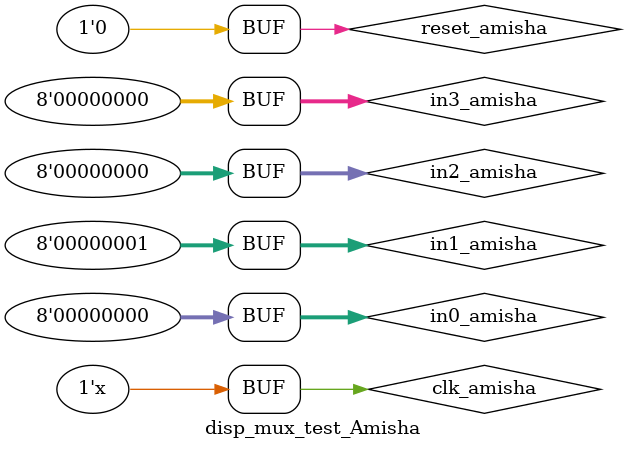
<source format=v>
`timescale 1ns / 1ps


module disp_mux_test_Amisha;
	// Inputs
	reg clk_amisha;
	reg reset_amisha;
	reg [7:0] in3_amisha;
	reg [7:0] in2_amisha;
	reg [7:0] in1_amisha;
	reg [7:0] in0_amisha;
	// Outputs
	wire [3:0] an_amisha;
	wire [7:0] sseg_amisha;
	// Instantiate the Unit Under Test (UUT)
	disp_mux_Amisha uut (
		.clk_amisha(clk_amisha), 
		.reset_amisha(reset_amisha), 
		.in3_amisha(in3_amisha), 
		.in2_amisha(in2_amisha), 
		.in1_amisha(in1_amisha), 
		.in0_amisha(in0_amisha), 
		.an_amisha(an_amisha), 
		.sseg_amisha(sseg_amisha)
	);
	initial begin
		clk_amisha = 0;
		reset_amisha = 1;
		in3_amisha = 0;
		in2_amisha = 0;
		in1_amisha = 0;
		in0_amisha = 0;
		#50;
		reset_amisha = 0;
		in3_amisha = 8'b10110010;
		in2_amisha = 0;
		in1_amisha = 0;
		in0_amisha = 8'b10110010;
		#50;
		reset_amisha = 1;
		in3_amisha = 8'b10110011;
		in2_amisha = 0;
		in1_amisha = 0;
		in0_amisha = 8'b10110011;
		#50;
		reset_amisha = 0;
		in3_amisha = 0;
		in2_amisha = 0;
		in1_amisha = 1;
		in0_amisha = 0;
		#50;
	end
always #25clk_amisha = ~clk_amisha;      
endmodule


</source>
